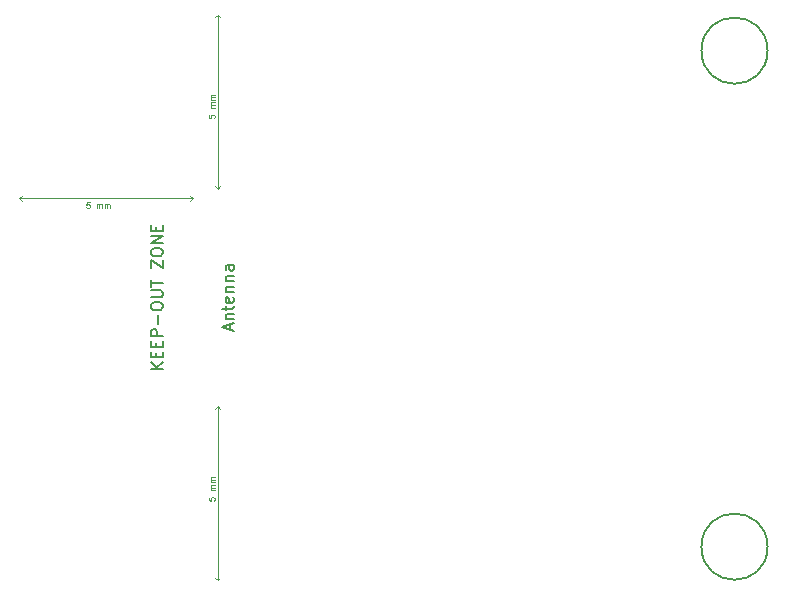
<source format=gbr>
G04 #@! TF.GenerationSoftware,KiCad,Pcbnew,7.0.8-7.0.8~ubuntu22.04.1*
G04 #@! TF.CreationDate,2023-11-04T16:43:40+00:00*
G04 #@! TF.ProjectId,kicad_dual_neopixel_driver,6b696361-645f-4647-9561-6c5f6e656f70,rev?*
G04 #@! TF.SameCoordinates,Original*
G04 #@! TF.FileFunction,Other,Comment*
%FSLAX46Y46*%
G04 Gerber Fmt 4.6, Leading zero omitted, Abs format (unit mm)*
G04 Created by KiCad (PCBNEW 7.0.8-7.0.8~ubuntu22.04.1) date 2023-11-04 16:43:40*
%MOMM*%
%LPD*%
G01*
G04 APERTURE LIST*
%ADD10C,0.150000*%
%ADD11C,0.100000*%
G04 APERTURE END LIST*
D10*
X126584819Y-120971428D02*
X125584819Y-120971428D01*
X126584819Y-120400000D02*
X126013390Y-120828571D01*
X125584819Y-120400000D02*
X126156247Y-120971428D01*
X126061009Y-119971428D02*
X126061009Y-119638095D01*
X126584819Y-119495238D02*
X126584819Y-119971428D01*
X126584819Y-119971428D02*
X125584819Y-119971428D01*
X125584819Y-119971428D02*
X125584819Y-119495238D01*
X126061009Y-119066666D02*
X126061009Y-118733333D01*
X126584819Y-118590476D02*
X126584819Y-119066666D01*
X126584819Y-119066666D02*
X125584819Y-119066666D01*
X125584819Y-119066666D02*
X125584819Y-118590476D01*
X126584819Y-118161904D02*
X125584819Y-118161904D01*
X125584819Y-118161904D02*
X125584819Y-117780952D01*
X125584819Y-117780952D02*
X125632438Y-117685714D01*
X125632438Y-117685714D02*
X125680057Y-117638095D01*
X125680057Y-117638095D02*
X125775295Y-117590476D01*
X125775295Y-117590476D02*
X125918152Y-117590476D01*
X125918152Y-117590476D02*
X126013390Y-117638095D01*
X126013390Y-117638095D02*
X126061009Y-117685714D01*
X126061009Y-117685714D02*
X126108628Y-117780952D01*
X126108628Y-117780952D02*
X126108628Y-118161904D01*
X126203866Y-117161904D02*
X126203866Y-116400000D01*
X125584819Y-115733333D02*
X125584819Y-115542857D01*
X125584819Y-115542857D02*
X125632438Y-115447619D01*
X125632438Y-115447619D02*
X125727676Y-115352381D01*
X125727676Y-115352381D02*
X125918152Y-115304762D01*
X125918152Y-115304762D02*
X126251485Y-115304762D01*
X126251485Y-115304762D02*
X126441961Y-115352381D01*
X126441961Y-115352381D02*
X126537200Y-115447619D01*
X126537200Y-115447619D02*
X126584819Y-115542857D01*
X126584819Y-115542857D02*
X126584819Y-115733333D01*
X126584819Y-115733333D02*
X126537200Y-115828571D01*
X126537200Y-115828571D02*
X126441961Y-115923809D01*
X126441961Y-115923809D02*
X126251485Y-115971428D01*
X126251485Y-115971428D02*
X125918152Y-115971428D01*
X125918152Y-115971428D02*
X125727676Y-115923809D01*
X125727676Y-115923809D02*
X125632438Y-115828571D01*
X125632438Y-115828571D02*
X125584819Y-115733333D01*
X125584819Y-114876190D02*
X126394342Y-114876190D01*
X126394342Y-114876190D02*
X126489580Y-114828571D01*
X126489580Y-114828571D02*
X126537200Y-114780952D01*
X126537200Y-114780952D02*
X126584819Y-114685714D01*
X126584819Y-114685714D02*
X126584819Y-114495238D01*
X126584819Y-114495238D02*
X126537200Y-114400000D01*
X126537200Y-114400000D02*
X126489580Y-114352381D01*
X126489580Y-114352381D02*
X126394342Y-114304762D01*
X126394342Y-114304762D02*
X125584819Y-114304762D01*
X125584819Y-113971428D02*
X125584819Y-113400000D01*
X126584819Y-113685714D02*
X125584819Y-113685714D01*
X125584819Y-112399999D02*
X125584819Y-111733333D01*
X125584819Y-111733333D02*
X126584819Y-112399999D01*
X126584819Y-112399999D02*
X126584819Y-111733333D01*
X125584819Y-111161904D02*
X125584819Y-110971428D01*
X125584819Y-110971428D02*
X125632438Y-110876190D01*
X125632438Y-110876190D02*
X125727676Y-110780952D01*
X125727676Y-110780952D02*
X125918152Y-110733333D01*
X125918152Y-110733333D02*
X126251485Y-110733333D01*
X126251485Y-110733333D02*
X126441961Y-110780952D01*
X126441961Y-110780952D02*
X126537200Y-110876190D01*
X126537200Y-110876190D02*
X126584819Y-110971428D01*
X126584819Y-110971428D02*
X126584819Y-111161904D01*
X126584819Y-111161904D02*
X126537200Y-111257142D01*
X126537200Y-111257142D02*
X126441961Y-111352380D01*
X126441961Y-111352380D02*
X126251485Y-111399999D01*
X126251485Y-111399999D02*
X125918152Y-111399999D01*
X125918152Y-111399999D02*
X125727676Y-111352380D01*
X125727676Y-111352380D02*
X125632438Y-111257142D01*
X125632438Y-111257142D02*
X125584819Y-111161904D01*
X126584819Y-110304761D02*
X125584819Y-110304761D01*
X125584819Y-110304761D02*
X126584819Y-109733333D01*
X126584819Y-109733333D02*
X125584819Y-109733333D01*
X126061009Y-109257142D02*
X126061009Y-108923809D01*
X126584819Y-108780952D02*
X126584819Y-109257142D01*
X126584819Y-109257142D02*
X125584819Y-109257142D01*
X125584819Y-109257142D02*
X125584819Y-108780952D01*
X132299104Y-117661904D02*
X132299104Y-117185714D01*
X132584819Y-117757142D02*
X131584819Y-117423809D01*
X131584819Y-117423809D02*
X132584819Y-117090476D01*
X131918152Y-116757142D02*
X132584819Y-116757142D01*
X132013390Y-116757142D02*
X131965771Y-116709523D01*
X131965771Y-116709523D02*
X131918152Y-116614285D01*
X131918152Y-116614285D02*
X131918152Y-116471428D01*
X131918152Y-116471428D02*
X131965771Y-116376190D01*
X131965771Y-116376190D02*
X132061009Y-116328571D01*
X132061009Y-116328571D02*
X132584819Y-116328571D01*
X131918152Y-115995237D02*
X131918152Y-115614285D01*
X131584819Y-115852380D02*
X132441961Y-115852380D01*
X132441961Y-115852380D02*
X132537200Y-115804761D01*
X132537200Y-115804761D02*
X132584819Y-115709523D01*
X132584819Y-115709523D02*
X132584819Y-115614285D01*
X132537200Y-114899999D02*
X132584819Y-114995237D01*
X132584819Y-114995237D02*
X132584819Y-115185713D01*
X132584819Y-115185713D02*
X132537200Y-115280951D01*
X132537200Y-115280951D02*
X132441961Y-115328570D01*
X132441961Y-115328570D02*
X132061009Y-115328570D01*
X132061009Y-115328570D02*
X131965771Y-115280951D01*
X131965771Y-115280951D02*
X131918152Y-115185713D01*
X131918152Y-115185713D02*
X131918152Y-114995237D01*
X131918152Y-114995237D02*
X131965771Y-114899999D01*
X131965771Y-114899999D02*
X132061009Y-114852380D01*
X132061009Y-114852380D02*
X132156247Y-114852380D01*
X132156247Y-114852380D02*
X132251485Y-115328570D01*
X131918152Y-114423808D02*
X132584819Y-114423808D01*
X132013390Y-114423808D02*
X131965771Y-114376189D01*
X131965771Y-114376189D02*
X131918152Y-114280951D01*
X131918152Y-114280951D02*
X131918152Y-114138094D01*
X131918152Y-114138094D02*
X131965771Y-114042856D01*
X131965771Y-114042856D02*
X132061009Y-113995237D01*
X132061009Y-113995237D02*
X132584819Y-113995237D01*
X131918152Y-113519046D02*
X132584819Y-113519046D01*
X132013390Y-113519046D02*
X131965771Y-113471427D01*
X131965771Y-113471427D02*
X131918152Y-113376189D01*
X131918152Y-113376189D02*
X131918152Y-113233332D01*
X131918152Y-113233332D02*
X131965771Y-113138094D01*
X131965771Y-113138094D02*
X132061009Y-113090475D01*
X132061009Y-113090475D02*
X132584819Y-113090475D01*
X132584819Y-112185713D02*
X132061009Y-112185713D01*
X132061009Y-112185713D02*
X131965771Y-112233332D01*
X131965771Y-112233332D02*
X131918152Y-112328570D01*
X131918152Y-112328570D02*
X131918152Y-112519046D01*
X131918152Y-112519046D02*
X131965771Y-112614284D01*
X132537200Y-112185713D02*
X132584819Y-112280951D01*
X132584819Y-112280951D02*
X132584819Y-112519046D01*
X132584819Y-112519046D02*
X132537200Y-112614284D01*
X132537200Y-112614284D02*
X132441961Y-112661903D01*
X132441961Y-112661903D02*
X132346723Y-112661903D01*
X132346723Y-112661903D02*
X132251485Y-112614284D01*
X132251485Y-112614284D02*
X132203866Y-112519046D01*
X132203866Y-112519046D02*
X132203866Y-112280951D01*
X132203866Y-112280951D02*
X132156247Y-112185713D01*
D11*
X120391904Y-106826109D02*
X120153809Y-106826109D01*
X120153809Y-106826109D02*
X120130000Y-107064204D01*
X120130000Y-107064204D02*
X120153809Y-107040395D01*
X120153809Y-107040395D02*
X120201428Y-107016585D01*
X120201428Y-107016585D02*
X120320476Y-107016585D01*
X120320476Y-107016585D02*
X120368095Y-107040395D01*
X120368095Y-107040395D02*
X120391904Y-107064204D01*
X120391904Y-107064204D02*
X120415714Y-107111823D01*
X120415714Y-107111823D02*
X120415714Y-107230871D01*
X120415714Y-107230871D02*
X120391904Y-107278490D01*
X120391904Y-107278490D02*
X120368095Y-107302300D01*
X120368095Y-107302300D02*
X120320476Y-107326109D01*
X120320476Y-107326109D02*
X120201428Y-107326109D01*
X120201428Y-107326109D02*
X120153809Y-107302300D01*
X120153809Y-107302300D02*
X120130000Y-107278490D01*
X121010951Y-107326109D02*
X121010951Y-106992776D01*
X121010951Y-107040395D02*
X121034761Y-107016585D01*
X121034761Y-107016585D02*
X121082380Y-106992776D01*
X121082380Y-106992776D02*
X121153808Y-106992776D01*
X121153808Y-106992776D02*
X121201427Y-107016585D01*
X121201427Y-107016585D02*
X121225237Y-107064204D01*
X121225237Y-107064204D02*
X121225237Y-107326109D01*
X121225237Y-107064204D02*
X121249046Y-107016585D01*
X121249046Y-107016585D02*
X121296665Y-106992776D01*
X121296665Y-106992776D02*
X121368094Y-106992776D01*
X121368094Y-106992776D02*
X121415713Y-107016585D01*
X121415713Y-107016585D02*
X121439523Y-107064204D01*
X121439523Y-107064204D02*
X121439523Y-107326109D01*
X121677618Y-107326109D02*
X121677618Y-106992776D01*
X121677618Y-107040395D02*
X121701428Y-107016585D01*
X121701428Y-107016585D02*
X121749047Y-106992776D01*
X121749047Y-106992776D02*
X121820475Y-106992776D01*
X121820475Y-106992776D02*
X121868094Y-107016585D01*
X121868094Y-107016585D02*
X121891904Y-107064204D01*
X121891904Y-107064204D02*
X121891904Y-107326109D01*
X121891904Y-107064204D02*
X121915713Y-107016585D01*
X121915713Y-107016585D02*
X121963332Y-106992776D01*
X121963332Y-106992776D02*
X122034761Y-106992776D01*
X122034761Y-106992776D02*
X122082380Y-107016585D01*
X122082380Y-107016585D02*
X122106190Y-107064204D01*
X122106190Y-107064204D02*
X122106190Y-107326109D01*
X130481109Y-131838095D02*
X130481109Y-132076190D01*
X130481109Y-132076190D02*
X130719204Y-132099999D01*
X130719204Y-132099999D02*
X130695395Y-132076190D01*
X130695395Y-132076190D02*
X130671585Y-132028571D01*
X130671585Y-132028571D02*
X130671585Y-131909523D01*
X130671585Y-131909523D02*
X130695395Y-131861904D01*
X130695395Y-131861904D02*
X130719204Y-131838095D01*
X130719204Y-131838095D02*
X130766823Y-131814285D01*
X130766823Y-131814285D02*
X130885871Y-131814285D01*
X130885871Y-131814285D02*
X130933490Y-131838095D01*
X130933490Y-131838095D02*
X130957300Y-131861904D01*
X130957300Y-131861904D02*
X130981109Y-131909523D01*
X130981109Y-131909523D02*
X130981109Y-132028571D01*
X130981109Y-132028571D02*
X130957300Y-132076190D01*
X130957300Y-132076190D02*
X130933490Y-132099999D01*
X130981109Y-131219048D02*
X130647776Y-131219048D01*
X130695395Y-131219048D02*
X130671585Y-131195238D01*
X130671585Y-131195238D02*
X130647776Y-131147619D01*
X130647776Y-131147619D02*
X130647776Y-131076191D01*
X130647776Y-131076191D02*
X130671585Y-131028572D01*
X130671585Y-131028572D02*
X130719204Y-131004762D01*
X130719204Y-131004762D02*
X130981109Y-131004762D01*
X130719204Y-131004762D02*
X130671585Y-130980953D01*
X130671585Y-130980953D02*
X130647776Y-130933334D01*
X130647776Y-130933334D02*
X130647776Y-130861905D01*
X130647776Y-130861905D02*
X130671585Y-130814286D01*
X130671585Y-130814286D02*
X130719204Y-130790476D01*
X130719204Y-130790476D02*
X130981109Y-130790476D01*
X130981109Y-130552381D02*
X130647776Y-130552381D01*
X130695395Y-130552381D02*
X130671585Y-130528571D01*
X130671585Y-130528571D02*
X130647776Y-130480952D01*
X130647776Y-130480952D02*
X130647776Y-130409524D01*
X130647776Y-130409524D02*
X130671585Y-130361905D01*
X130671585Y-130361905D02*
X130719204Y-130338095D01*
X130719204Y-130338095D02*
X130981109Y-130338095D01*
X130719204Y-130338095D02*
X130671585Y-130314286D01*
X130671585Y-130314286D02*
X130647776Y-130266667D01*
X130647776Y-130266667D02*
X130647776Y-130195238D01*
X130647776Y-130195238D02*
X130671585Y-130147619D01*
X130671585Y-130147619D02*
X130719204Y-130123809D01*
X130719204Y-130123809D02*
X130981109Y-130123809D01*
X130481109Y-99438095D02*
X130481109Y-99676190D01*
X130481109Y-99676190D02*
X130719204Y-99699999D01*
X130719204Y-99699999D02*
X130695395Y-99676190D01*
X130695395Y-99676190D02*
X130671585Y-99628571D01*
X130671585Y-99628571D02*
X130671585Y-99509523D01*
X130671585Y-99509523D02*
X130695395Y-99461904D01*
X130695395Y-99461904D02*
X130719204Y-99438095D01*
X130719204Y-99438095D02*
X130766823Y-99414285D01*
X130766823Y-99414285D02*
X130885871Y-99414285D01*
X130885871Y-99414285D02*
X130933490Y-99438095D01*
X130933490Y-99438095D02*
X130957300Y-99461904D01*
X130957300Y-99461904D02*
X130981109Y-99509523D01*
X130981109Y-99509523D02*
X130981109Y-99628571D01*
X130981109Y-99628571D02*
X130957300Y-99676190D01*
X130957300Y-99676190D02*
X130933490Y-99699999D01*
X130981109Y-98819048D02*
X130647776Y-98819048D01*
X130695395Y-98819048D02*
X130671585Y-98795238D01*
X130671585Y-98795238D02*
X130647776Y-98747619D01*
X130647776Y-98747619D02*
X130647776Y-98676191D01*
X130647776Y-98676191D02*
X130671585Y-98628572D01*
X130671585Y-98628572D02*
X130719204Y-98604762D01*
X130719204Y-98604762D02*
X130981109Y-98604762D01*
X130719204Y-98604762D02*
X130671585Y-98580953D01*
X130671585Y-98580953D02*
X130647776Y-98533334D01*
X130647776Y-98533334D02*
X130647776Y-98461905D01*
X130647776Y-98461905D02*
X130671585Y-98414286D01*
X130671585Y-98414286D02*
X130719204Y-98390476D01*
X130719204Y-98390476D02*
X130981109Y-98390476D01*
X130981109Y-98152381D02*
X130647776Y-98152381D01*
X130695395Y-98152381D02*
X130671585Y-98128571D01*
X130671585Y-98128571D02*
X130647776Y-98080952D01*
X130647776Y-98080952D02*
X130647776Y-98009524D01*
X130647776Y-98009524D02*
X130671585Y-97961905D01*
X130671585Y-97961905D02*
X130719204Y-97938095D01*
X130719204Y-97938095D02*
X130981109Y-97938095D01*
X130719204Y-97938095D02*
X130671585Y-97914286D01*
X130671585Y-97914286D02*
X130647776Y-97866667D01*
X130647776Y-97866667D02*
X130647776Y-97795238D01*
X130647776Y-97795238D02*
X130671585Y-97747619D01*
X130671585Y-97747619D02*
X130719204Y-97723809D01*
X130719204Y-97723809D02*
X130981109Y-97723809D01*
G04 #@! TO.C,U4*
X131255000Y-138840000D02*
X131055000Y-138640000D01*
X131255000Y-138840000D02*
X131455000Y-138640000D01*
X131255000Y-138840000D02*
X131255000Y-124100000D01*
X131255000Y-124100000D02*
X131055000Y-124300000D01*
X131255000Y-124100000D02*
X131455000Y-124300000D01*
X114450000Y-106500000D02*
X114650000Y-106700000D01*
X114450000Y-106500000D02*
X114650000Y-106300000D01*
X129130000Y-106500000D02*
X128930000Y-106700000D01*
X129130000Y-106500000D02*
X114450000Y-106500000D01*
X129130000Y-106500000D02*
X128930000Y-106300000D01*
X131255000Y-105700000D02*
X131055000Y-105500000D01*
X131255000Y-105700000D02*
X131455000Y-105500000D01*
X131255000Y-105700000D02*
X131255000Y-90960000D01*
X131255000Y-90960000D02*
X131055000Y-91160000D01*
X131255000Y-90960000D02*
X131455000Y-91160000D01*
D10*
G04 #@! TO.C,REF\u002A\u002A*
X177800000Y-94000000D02*
G75*
G03*
X177800000Y-94000000I-2800000J0D01*
G01*
X177800000Y-136000000D02*
G75*
G03*
X177800000Y-136000000I-2800000J0D01*
G01*
G04 #@! TD*
M02*

</source>
